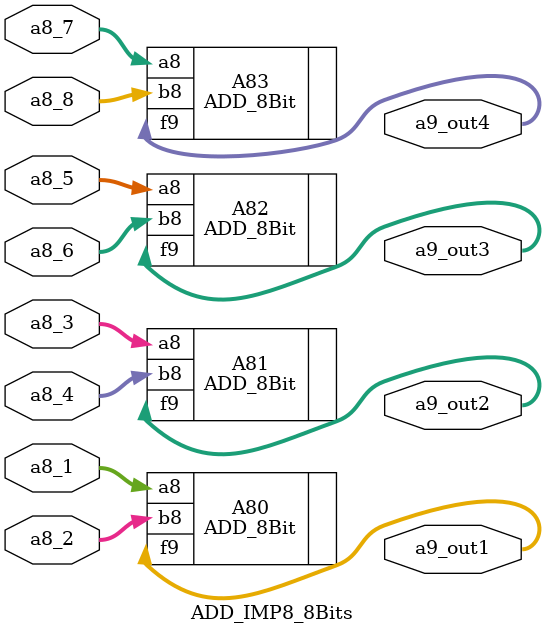
<source format=v>
`timescale 1ns / 1ps
module ADD_IMP8_8Bits(a8_1,a8_2,a8_3,a8_4,a8_5,a8_6,a8_7,a8_8,a9_out1,a9_out2,a9_out3,a9_out4);
input [0:7] a8_1,a8_2,a8_3,a8_4,a8_5,a8_6,a8_7,a8_8;
output [0:8] a9_out1,a9_out2,a9_out3,a9_out4;  

ADD_8Bit A80(.a8(a8_1),.b8(a8_2),.f9(a9_out1));
ADD_8Bit A81(.a8(a8_3),.b8(a8_4),.f9(a9_out2));
ADD_8Bit A82(.a8(a8_5),.b8(a8_6),.f9(a9_out3));
ADD_8Bit A83(.a8(a8_7),.b8(a8_8),.f9(a9_out4));
endmodule

</source>
